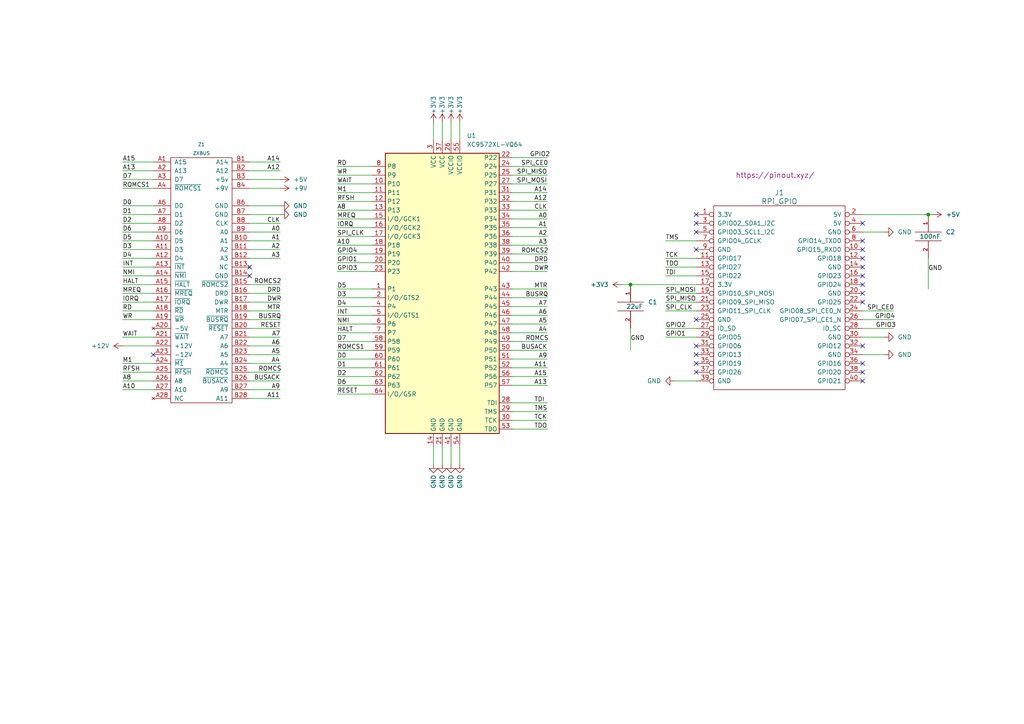
<source format=kicad_sch>
(kicad_sch (version 20211123) (generator eeschema)
  (paper "A4")
  (title_block (title "Interface 0") (date "2022-04-13") (rev "3.1") (company "https://zx.licentia.eu"))
  (lib_symbols
    (symbol "CPLD_Xilinx:XC9572XL-VQ64"
      (property "Reference" "U1" (at 7.0994 44.45 0))
      (property "Value" "XC9572XL-VQ64" (at 7.0994 41.91 0))
      (symbol "XC9572XL-VQ64_1_1"
        (rectangle (start -16.51 39.37) (end 16.51 -41.91) (stroke (width 0.254)) (fill (type background)))
        (pin bidirectional line (at -20.32 0 0) (length 3.81) (name "P1") (number "1"))
        (pin bidirectional line (at -20.32 30.48 0) (length 3.81) (name "P10") (number "10"))
        (pin bidirectional line (at -20.32 27.94 0) (length 3.81) (name "P11") (number "11"))
        (pin bidirectional line (at -20.32 25.4 0) (length 3.81) (name "P12") (number "12"))
        (pin bidirectional line (at -20.32 22.86 0) (length 3.81) (name "P13") (number "13"))
        (pin power_in line (at -2.54 -45.72 90) (length 3.81) (name "GND") (number "14"))
        (pin bidirectional line (at -20.32 20.32 0) (length 3.81) (name "I/O/GCK1") (number "15"))
        (pin bidirectional line (at -20.32 17.78 0) (length 3.81) (name "I/O/GCK2") (number "16"))
        (pin bidirectional line (at -20.32 15.24 0) (length 3.81) (name "I/O/GCK3") (number "17"))
        (pin bidirectional line (at -20.32 12.7 0) (length 3.81) (name "P18") (number "18"))
        (pin bidirectional line (at -20.32 10.16 0) (length 3.81) (name "P19") (number "19"))
        (pin bidirectional line (at -20.32 -2.54 0) (length 3.81) (name "I/O/GTS2") (number "2"))
        (pin bidirectional line (at -20.32 7.62 0) (length 3.81) (name "P20") (number "20"))
        (pin power_in line (at 0 -45.72 90) (length 3.81) (name "GND") (number "21"))
        (pin bidirectional line (at 20.32 38.1 180) (length 3.81) (name "P22") (number "22"))
        (pin bidirectional line (at -20.32 5.08 0) (length 3.81) (name "P23") (number "23"))
        (pin bidirectional line (at 20.32 35.56 180) (length 3.81) (name "P24") (number "24"))
        (pin bidirectional line (at 20.32 33.02 180) (length 3.81) (name "P25") (number "25"))
        (pin power_in line (at 2.54 43.18 270) (length 3.81) (name "VCCIO") (number "26"))
        (pin bidirectional line (at 20.32 30.48 180) (length 3.81) (name "P27") (number "27"))
        (pin input line (at 20.32 -33.02 180) (length 3.81) (name "TDI") (number "28"))
        (pin input line (at 20.32 -35.56 180) (length 3.81) (name "TMS") (number "29"))
        (pin power_in line (at -2.54 43.18 270) (length 3.81) (name "VCC") (number "3"))
        (pin input line (at 20.32 -38.1 180) (length 3.81) (name "TCK") (number "30"))
        (pin bidirectional line (at 20.32 27.94 180) (length 3.81) (name "P31") (number "31"))
        (pin bidirectional line (at 20.32 25.4 180) (length 3.81) (name "P32") (number "32"))
        (pin bidirectional line (at 20.32 22.86 180) (length 3.81) (name "P33") (number "33"))
        (pin bidirectional line (at 20.32 20.32 180) (length 3.81) (name "P34") (number "34"))
        (pin bidirectional line (at 20.32 17.78 180) (length 3.81) (name "P35") (number "35"))
        (pin bidirectional line (at 20.32 15.24 180) (length 3.81) (name "P36") (number "36"))
        (pin power_in line (at 0 43.18 270) (length 3.81) (name "VCC") (number "37"))
        (pin bidirectional line (at 20.32 12.7 180) (length 3.81) (name "P38") (number "38"))
        (pin bidirectional line (at 20.32 10.16 180) (length 3.81) (name "P39") (number "39"))
        (pin bidirectional line (at -20.32 -5.08 0) (length 3.81) (name "P4") (number "4"))
        (pin bidirectional line (at 20.32 7.62 180) (length 3.81) (name "P40") (number "40"))
        (pin power_in line (at 2.54 -45.72 90) (length 3.81) (name "GND") (number "41"))
        (pin bidirectional line (at 20.32 5.08 180) (length 3.81) (name "P42") (number "42"))
        (pin bidirectional line (at 20.32 0 180) (length 3.81) (name "P43") (number "43"))
        (pin bidirectional line (at 20.32 -2.54 180) (length 3.81) (name "P44") (number "44"))
        (pin bidirectional line (at 20.32 -5.08 180) (length 3.81) (name "P45") (number "45"))
        (pin bidirectional line (at 20.32 -7.62 180) (length 3.81) (name "P46") (number "46"))
        (pin bidirectional line (at 20.32 -10.16 180) (length 3.81) (name "P47") (number "47"))
        (pin bidirectional line (at 20.32 -12.7 180) (length 3.81) (name "P48") (number "48"))
        (pin bidirectional line (at 20.32 -15.24 180) (length 3.81) (name "P49") (number "49"))
        (pin bidirectional line (at -20.32 -7.62 0) (length 3.81) (name "I/O/GTS1") (number "5"))
        (pin bidirectional line (at 20.32 -17.78 180) (length 3.81) (name "P50") (number "50"))
        (pin bidirectional line (at 20.32 -20.32 180) (length 3.81) (name "P51") (number "51"))
        (pin bidirectional line (at 20.32 -22.86 180) (length 3.81) (name "P52") (number "52"))
        (pin output line (at 20.32 -40.64 180) (length 3.81) (name "TDO") (number "53"))
        (pin power_in line (at 5.08 -45.72 90) (length 3.81) (name "GND") (number "54"))
        (pin power_in line (at 5.08 43.18 270) (length 3.81) (name "VCCIO") (number "55"))
        (pin bidirectional line (at 20.32 -25.4 180) (length 3.81) (name "P56") (number "56"))
        (pin bidirectional line (at 20.32 -27.94 180) (length 3.81) (name "P57") (number "57"))
        (pin bidirectional line (at -20.32 -15.24 0) (length 3.81) (name "P58") (number "58"))
        (pin bidirectional line (at -20.32 -17.78 0) (length 3.81) (name "P59") (number "59"))
        (pin bidirectional line (at -20.32 -10.16 0) (length 3.81) (name "P6") (number "6"))
        (pin bidirectional line (at -20.32 -20.32 0) (length 3.81) (name "P60") (number "60"))
        (pin bidirectional line (at -20.32 -22.86 0) (length 3.81) (name "P61") (number "61"))
        (pin bidirectional line (at -20.32 -25.4 0) (length 3.81) (name "P62") (number "62"))
        (pin bidirectional line (at -20.32 -27.94 0) (length 3.81) (name "P63") (number "63"))
        (pin bidirectional line (at -20.32 -30.48 0) (length 3.81) (name "I/O/GSR") (number "64"))
        (pin bidirectional line (at -20.32 -12.7 0) (length 3.81) (name "P7") (number "7"))
        (pin bidirectional line (at -20.32 35.56 0) (length 3.81) (name "P8") (number "8"))
        (pin bidirectional line (at -20.32 33.02 0) (length 3.81) (name "P9") (number "9"))
      )
    )
    (symbol "Connector-ML:RPi_GPIO" (pin_names (offset 1.016))
      (property "Reference" "J" (at 19.05 6.35 0))
      (property "Value" "RPi_GPIO" (at 19.05 3.81 0))
      (symbol "RPi_GPIO_0_1"
        (rectangle (start 0 2.54) (end 38.1 -50.8))
      )
      (symbol "RPi_GPIO_1_1"
        (pin power_in inverted (at -5.08 0 0) (length 5.08) (name "3.3V") (number "1"))
        (pin bidirectional inverted (at 43.18 -10.16 180) (length 5.08) (name "GPIO15_RXD0") (number "10"))
        (pin bidirectional inverted (at -5.08 -12.7 0) (length 5.08) (name "GPIO17") (number "11"))
        (pin bidirectional inverted (at 43.18 -12.7 180) (length 5.08) (name "GPIO18") (number "12"))
        (pin bidirectional inverted (at -5.08 -15.24 0) (length 5.08) (name "GPIO27") (number "13"))
        (pin power_in inverted (at 43.18 -15.24 180) (length 5.08) (name "GND") (number "14"))
        (pin bidirectional inverted (at -5.08 -17.78 0) (length 5.08) (name "GPIO22") (number "15"))
        (pin bidirectional inverted (at 43.18 -17.78 180) (length 5.08) (name "GPIO23") (number "16"))
        (pin power_in inverted (at -5.08 -20.32 0) (length 5.08) (name "3.3V") (number "17"))
        (pin bidirectional inverted (at 43.18 -20.32 180) (length 5.08) (name "GPIO24") (number "18"))
        (pin bidirectional inverted (at -5.08 -22.86 0) (length 5.08) (name "GPIO10_SPI_MOSI") (number "19"))
        (pin power_in inverted (at 43.18 0 180) (length 5.08) (name "5V") (number "2"))
        (pin power_in inverted (at 43.18 -22.86 180) (length 5.08) (name "GND") (number "20"))
        (pin bidirectional inverted (at -5.08 -25.4 0) (length 5.08) (name "GPIO09_SPI_MISO") (number "21"))
        (pin bidirectional inverted (at 43.18 -25.4 180) (length 5.08) (name "GPIO25") (number "22"))
        (pin bidirectional inverted (at -5.08 -27.94 0) (length 5.08) (name "GPIO11_SPI_CLK") (number "23"))
        (pin bidirectional inverted (at 43.18 -27.94 180) (length 5.08) (name "GPIO08_SPI_CE0_N") (number "24"))
        (pin power_in inverted (at -5.08 -30.48 0) (length 5.08) (name "GND") (number "25"))
        (pin bidirectional inverted (at 43.18 -30.48 180) (length 5.08) (name "GPIO07_SPI_CE1_N") (number "26"))
        (pin bidirectional inverted (at -5.08 -33.02 0) (length 5.08) (name "ID_SD") (number "27"))
        (pin bidirectional inverted (at 43.18 -33.02 180) (length 5.08) (name "ID_SC") (number "28"))
        (pin bidirectional inverted (at -5.08 -35.56 0) (length 5.08) (name "GPIO05") (number "29"))
        (pin bidirectional inverted (at -5.08 -2.54 0) (length 5.08) (name "GPIO02_SDA1_I2C") (number "3"))
        (pin power_in inverted (at 43.18 -35.56 180) (length 5.08) (name "GND") (number "30"))
        (pin bidirectional inverted (at -5.08 -38.1 0) (length 5.08) (name "GPIO06") (number "31"))
        (pin bidirectional inverted (at 43.18 -38.1 180) (length 5.08) (name "GPIO12") (number "32"))
        (pin bidirectional inverted (at -5.08 -40.64 0) (length 5.08) (name "GPIO13") (number "33"))
        (pin power_in inverted (at 43.18 -40.64 180) (length 5.08) (name "GND") (number "34"))
        (pin bidirectional inverted (at -5.08 -43.18 0) (length 5.08) (name "GPIO19") (number "35"))
        (pin bidirectional inverted (at 43.18 -43.18 180) (length 5.08) (name "GPIO16") (number "36"))
        (pin bidirectional inverted (at -5.08 -45.72 0) (length 5.08) (name "GPIO26") (number "37"))
        (pin bidirectional inverted (at 43.18 -45.72 180) (length 5.08) (name "GPIO20") (number "38"))
        (pin power_in inverted (at -5.08 -48.26 0) (length 5.08) (name "GND") (number "39"))
        (pin power_in inverted (at 43.18 -2.54 180) (length 5.08) (name "5V") (number "4"))
        (pin bidirectional inverted (at 43.18 -48.26 180) (length 5.08) (name "GPIO21") (number "40"))
        (pin bidirectional inverted (at -5.08 -5.08 0) (length 5.08) (name "GPIO03_SCL1_I2C") (number "5"))
        (pin power_in inverted (at 43.18 -5.08 180) (length 5.08) (name "GND") (number "6"))
        (pin bidirectional inverted (at -5.08 -7.62 0) (length 5.08) (name "GPIO04_GCLK") (number "7"))
        (pin bidirectional inverted (at 43.18 -7.62 180) (length 5.08) (name "GPIO14_TXD0") (number "8"))
        (pin power_in inverted (at -5.08 -10.16 0) (length 5.08) (name "GND") (number "9"))
      )
    )
    (symbol "power:+12V" (power) (pin_names (offset 0))
      (property "Value" "+12V" (at 0 3.556 0))
      (symbol "+12V_0_1"
        (polyline (pts (xy -0.762 1.27) (xy 0 2.54)))
        (polyline (pts (xy 0 0) (xy 0 2.54)))
        (polyline (pts (xy 0 2.54) (xy 0.762 1.27)))
      )
      (symbol "+12V_1_1"
        (pin power_in line (at 0 0 90) (length 0) hide (name "+12V") (number "1"))
      )
    )
    (symbol "power:+3.3V" (power) (pin_names (offset 0))
      (property "Value" "+3.3V" (at 0 3.556 0))
      (symbol "+3.3V_0_1"
        (polyline (pts (xy -0.762 1.27) (xy 0 2.54)))
        (polyline (pts (xy 0 0) (xy 0 2.54)))
        (polyline (pts (xy 0 2.54) (xy 0.762 1.27)))
      )
      (symbol "+3.3V_1_1"
        (pin power_in line (at 0 0 90) (length 0) hide (name "+3V3") (number "1"))
      )
    )
    (symbol "power:+5V" (power) (pin_names (offset 0))
      (property "Value" "+5V" (at 0 3.556 0))
      (symbol "+5V_0_1"
        (polyline (pts (xy -0.762 1.27) (xy 0 2.54)))
        (polyline (pts (xy 0 0) (xy 0 2.54)))
        (polyline (pts (xy 0 2.54) (xy 0.762 1.27)))
      )
      (symbol "+5V_1_1"
        (pin power_in line (at 0 0 90) (length 0) hide (name "+5V") (number "1"))
      )
    )
    (symbol "power:+9V" (power) (pin_names (offset 0))
      (property "Value" "+9V" (at 0 3.556 0))
      (symbol "+9V_0_1"
        (polyline (pts (xy -0.762 1.27) (xy 0 2.54)))
        (polyline (pts (xy 0 0) (xy 0 2.54)))
        (polyline (pts (xy 0 2.54) (xy 0.762 1.27)))
      )
      (symbol "+9V_1_1"
        (pin power_in line (at 0 0 90) (length 0) hide (name "+9V") (number "1"))
      )
    )
    (symbol "power:GND" (power) (pin_names (offset 0))
      (property "Value" "GND" (at 0 -3.81 0))
      (symbol "GND_0_1"
        (polyline (pts (xy 0 0) (xy 0 -1.27) (xy 1.27 -1.27) (xy 0 -2.54) (xy -1.27 -1.27) (xy 0 -1.27)))
      )
      (symbol "GND_1_1"
        (pin power_in line (at 0 0 270) (length 0) hide (name "GND") (number "1"))
      )
    )
    (symbol "pspice:CAP" (pin_names (offset 0.254))
      (property "Reference" "C" (at 2.54 3.81 90))
      (property "Value" "CAP" (at 2.54 -3.81 90))
      (symbol "CAP_0_1"
        (polyline (pts (xy -3.81 -1.27) (xy 3.81 -1.27)))
        (polyline (pts (xy -3.81 1.27) (xy 3.81 1.27)))
      )
      (symbol "CAP_1_1"
        (pin passive line (at 0 6.35 270) (length 5.08) (name "~") (number "1"))
        (pin passive line (at 0 -6.35 90) (length 5.08) (name "~") (number "2"))
      )
    )
    (symbol "zx:ZXBUS" (pin_names (offset 1.016))
      (property "Reference" "Z1" (at 8.89 86.36 0))
      (property "Value" "ZXBUS" (at 8.89 83.82 0))
      (symbol "ZXBUS_0_0"
        (rectangle (start 0 82.55) (end 17.78 11.43))
      )
      (symbol "ZXBUS_1_1"
        (pin output line (at -5.08 81.28 0) (length 5.08) (name "A15") (number "A1"))
        (pin bidirectional line (at -5.08 58.42 0) (length 5.08) (name "D5") (number "A10"))
        (pin bidirectional line (at -5.08 55.88 0) (length 5.08) (name "D3") (number "A11"))
        (pin bidirectional line (at -5.08 53.34 0) (length 5.08) (name "D4") (number "A12"))
        (pin input line (at -5.08 50.8 0) (length 5.08) (name "~{INT}") (number "A13"))
        (pin input line (at -5.08 48.26 0) (length 5.08) (name "~{NMI}") (number "A14"))
        (pin input line (at -5.08 45.72 0) (length 5.08) (name "~{HALT}") (number "A15"))
        (pin output line (at -5.08 43.18 0) (length 5.08) (name "~{MREQ}") (number "A16"))
        (pin output line (at -5.08 40.64 0) (length 5.08) (name "~{IORQ}") (number "A17"))
        (pin output line (at -5.08 38.1 0) (length 5.08) (name "~{RD}") (number "A18"))
        (pin output line (at -5.08 35.56 0) (length 5.08) (name "~{WR}") (number "A19"))
        (pin output line (at -5.08 78.74 0) (length 5.08) (name "A13") (number "A2"))
        (pin no_connect line (at -5.08 33.02 0) (length 5.08) (name "-5V") (number "A20"))
        (pin output line (at -5.08 30.48 0) (length 5.08) (name "~{WAIT}") (number "A21"))
        (pin power_out line (at -5.08 27.94 0) (length 5.08) (name "+12V") (number "A22"))
        (pin power_out line (at -5.08 25.4 0) (length 5.08) (name "-12V") (number "A23"))
        (pin output line (at -5.08 22.86 0) (length 5.08) (name "~{M1}") (number "A24"))
        (pin input line (at -5.08 20.32 0) (length 5.08) (name "~{RFSH}") (number "A25"))
        (pin output line (at -5.08 17.78 0) (length 5.08) (name "A8") (number "A26"))
        (pin output line (at -5.08 15.24 0) (length 5.08) (name "A10") (number "A27"))
        (pin no_connect line (at -5.08 12.7 0) (length 5.08) (name "NC") (number "A28"))
        (pin bidirectional line (at -5.08 76.2 0) (length 5.08) (name "D7") (number "A3"))
        (pin input line (at -5.08 73.66 0) (length 5.08) (name "~{ROMCS1}") (number "A4"))
        (pin bidirectional line (at -5.08 68.58 0) (length 5.08) (name "D0") (number "A6"))
        (pin bidirectional line (at -5.08 66.04 0) (length 5.08) (name "D1") (number "A7"))
        (pin bidirectional line (at -5.08 63.5 0) (length 5.08) (name "D2") (number "A8"))
        (pin bidirectional line (at -5.08 60.96 0) (length 5.08) (name "D6") (number "A9"))
        (pin output line (at 22.86 81.28 180) (length 5.08) (name "A14") (number "B1"))
        (pin output line (at 22.86 58.42 180) (length 5.08) (name "A1") (number "B10"))
        (pin output line (at 22.86 55.88 180) (length 5.08) (name "A2") (number "B11"))
        (pin output line (at 22.86 53.34 180) (length 5.08) (name "A3") (number "B12"))
        (pin no_connect line (at 22.86 50.8 180) (length 5.08) (name "NC") (number "B13"))
        (pin power_out line (at 22.86 48.26 180) (length 5.08) (name "GND") (number "B14"))
        (pin input line (at 22.86 45.72 180) (length 5.08) (name "~{ROMCS2}") (number "B15"))
        (pin output line (at 22.86 43.18 180) (length 5.08) (name "DRD") (number "B16"))
        (pin output line (at 22.86 40.64 180) (length 5.08) (name "DWR") (number "B17"))
        (pin output line (at 22.86 38.1 180) (length 5.08) (name "MTR") (number "B18"))
        (pin input line (at 22.86 35.56 180) (length 5.08) (name "~{BUSRQ}") (number "B19"))
        (pin output line (at 22.86 78.74 180) (length 5.08) (name "A12") (number "B2"))
        (pin input line (at 22.86 33.02 180) (length 5.08) (name "~{RESET}") (number "B20"))
        (pin output line (at 22.86 30.48 180) (length 5.08) (name "A7") (number "B21"))
        (pin output line (at 22.86 27.94 180) (length 5.08) (name "A6") (number "B22"))
        (pin output line (at 22.86 25.4 180) (length 5.08) (name "A5") (number "B23"))
        (pin output line (at 22.86 22.86 180) (length 5.08) (name "A4") (number "B24"))
        (pin input line (at 22.86 20.32 180) (length 5.08) (name "~{ROMCS}") (number "B25"))
        (pin output line (at 22.86 17.78 180) (length 5.08) (name "~{BUSACK}") (number "B26"))
        (pin output line (at 22.86 15.24 180) (length 5.08) (name "A9") (number "B27"))
        (pin output line (at 22.86 12.7 180) (length 5.08) (name "A11") (number "B28"))
        (pin power_out line (at 22.86 76.2 180) (length 5.08) (name "+5v") (number "B3"))
        (pin power_out line (at 22.86 73.66 180) (length 5.08) (name "+9V") (number "B4"))
        (pin power_out line (at 22.86 68.58 180) (length 5.08) (name "GND") (number "B6"))
        (pin power_out line (at 22.86 66.04 180) (length 5.08) (name "GND") (number "B7"))
        (pin output line (at 22.86 63.5 180) (length 5.08) (name "CLK") (number "B8"))
        (pin output line (at 22.86 60.96 180) (length 5.08) (name "A0") (number "B9"))
      )
    )
  )
  (junction (at 182.88 82.55))
  (junction (at 269.24 62.23))
  (no_connect (at 72.39 80.01))
  (no_connect (at 250.19 64.77))
  (no_connect (at 250.19 85.09))
  (no_connect (at 250.19 80.01))
  (no_connect (at 250.19 82.55))
  (no_connect (at 250.19 69.85))
  (no_connect (at 250.19 74.93))
  (no_connect (at 250.19 72.39))
  (no_connect (at 250.19 87.63))
  (no_connect (at 72.39 77.47))
  (no_connect (at 201.93 92.71))
  (no_connect (at 201.93 67.31))
  (no_connect (at 201.93 64.77))
  (no_connect (at 250.19 110.49))
  (no_connect (at 250.19 105.41))
  (no_connect (at 250.19 107.95))
  (no_connect (at 201.93 100.33))
  (no_connect (at 201.93 102.87))
  (no_connect (at 201.93 105.41))
  (no_connect (at 201.93 107.95))
  (no_connect (at 250.19 100.33))
  (no_connect (at 250.19 77.47))
  (no_connect (at 201.93 62.23))
  (no_connect (at 201.93 72.39))
  (no_connect (at 44.45 102.87))
  (wire (pts (xy 133.35 35.56) (xy 133.35 40.64)))
  (wire (pts (xy 148.59 58.42) (xy 158.75 58.42)))
  (wire (pts (xy 182.88 82.55) (xy 201.93 82.55)))
  (wire (pts (xy 97.79 76.2) (xy 107.95 76.2)))
  (wire (pts (xy 72.39 90.17) (xy 81.28 90.17)))
  (wire (pts (xy 97.79 91.44) (xy 107.95 91.44)))
  (wire (pts (xy 148.59 71.12) (xy 158.75 71.12)))
  (wire (pts (xy 201.93 110.49) (xy 195.58 110.49)))
  (wire (pts (xy 148.59 99.06) (xy 158.75 99.06)))
  (wire (pts (xy 35.56 49.53) (xy 44.45 49.53)))
  (wire (pts (xy 72.39 100.33) (xy 81.28 100.33)))
  (wire (pts (xy 250.19 95.25) (xy 259.08 95.25)))
  (wire (pts (xy 148.59 83.82) (xy 158.75 83.82)))
  (wire (pts (xy 35.56 85.09) (xy 44.45 85.09)))
  (wire (pts (xy 35.56 72.39) (xy 44.45 72.39)))
  (wire (pts (xy 193.04 87.63) (xy 201.93 87.63)))
  (wire (pts (xy 148.59 76.2) (xy 158.75 76.2)))
  (wire (pts (xy 148.59 78.74) (xy 158.75 78.74)))
  (wire (pts (xy 193.04 80.01) (xy 201.93 80.01)))
  (wire (pts (xy 72.39 62.23) (xy 81.28 62.23)))
  (wire (pts (xy 35.56 82.55) (xy 44.45 82.55)))
  (wire (pts (xy 97.79 73.66) (xy 107.95 73.66)))
  (wire (pts (xy 148.59 101.6) (xy 158.75 101.6)))
  (wire (pts (xy 148.59 66.04) (xy 158.75 66.04)))
  (wire (pts (xy 72.39 59.69) (xy 81.28 59.69)))
  (wire (pts (xy 72.39 67.31) (xy 81.28 67.31)))
  (wire (pts (xy 148.59 96.52) (xy 158.75 96.52)))
  (wire (pts (xy 148.59 111.76) (xy 158.75 111.76)))
  (wire (pts (xy 269.24 62.23) (xy 270.51 62.23)))
  (wire (pts (xy 72.39 52.07) (xy 81.28 52.07)))
  (wire (pts (xy 35.56 97.79) (xy 44.45 97.79)))
  (wire (pts (xy 250.19 90.17) (xy 259.08 90.17)))
  (wire (pts (xy 97.79 71.12) (xy 107.95 71.12)))
  (wire (pts (xy 72.39 102.87) (xy 81.28 102.87)))
  (wire (pts (xy 148.59 45.72) (xy 158.75 45.72)))
  (wire (pts (xy 180.34 82.55) (xy 182.88 82.55)))
  (wire (pts (xy 97.79 53.34) (xy 107.95 53.34)))
  (wire (pts (xy 148.59 88.9) (xy 158.75 88.9)))
  (wire (pts (xy 35.56 64.77) (xy 44.45 64.77)))
  (wire (pts (xy 97.79 106.68) (xy 107.95 106.68)))
  (wire (pts (xy 72.39 105.41) (xy 81.28 105.41)))
  (wire (pts (xy 193.04 85.09) (xy 201.93 85.09)))
  (wire (pts (xy 148.59 55.88) (xy 158.75 55.88)))
  (wire (pts (xy 35.56 54.61) (xy 44.45 54.61)))
  (wire (pts (xy 97.79 58.42) (xy 107.95 58.42)))
  (wire (pts (xy 35.56 69.85) (xy 44.45 69.85)))
  (wire (pts (xy 148.59 63.5) (xy 158.75 63.5)))
  (wire (pts (xy 35.56 80.01) (xy 44.45 80.01)))
  (wire (pts (xy 193.04 95.25) (xy 201.93 95.25)))
  (wire (pts (xy 72.39 95.25) (xy 81.28 95.25)))
  (wire (pts (xy 97.79 78.74) (xy 107.95 78.74)))
  (wire (pts (xy 193.04 90.17) (xy 201.93 90.17)))
  (wire (pts (xy 269.24 74.93) (xy 269.24 83.82)))
  (wire (pts (xy 97.79 86.36) (xy 107.95 86.36)))
  (wire (pts (xy 72.39 97.79) (xy 81.28 97.79)))
  (wire (pts (xy 125.73 129.54) (xy 125.73 134.62)))
  (wire (pts (xy 35.56 59.69) (xy 44.45 59.69)))
  (wire (pts (xy 250.19 92.71) (xy 259.08 92.71)))
  (wire (pts (xy 182.88 95.25) (xy 182.88 101.6)))
  (wire (pts (xy 193.04 97.79) (xy 201.93 97.79)))
  (wire (pts (xy 193.04 77.47) (xy 201.93 77.47)))
  (wire (pts (xy 72.39 92.71) (xy 81.28 92.71)))
  (wire (pts (xy 148.59 121.92) (xy 158.75 121.92)))
  (wire (pts (xy 97.79 96.52) (xy 107.95 96.52)))
  (wire (pts (xy 148.59 50.8) (xy 158.75 50.8)))
  (wire (pts (xy 35.56 87.63) (xy 44.45 87.63)))
  (wire (pts (xy 128.27 35.56) (xy 128.27 40.64)))
  (wire (pts (xy 72.39 46.99) (xy 81.28 46.99)))
  (wire (pts (xy 148.59 68.58) (xy 158.75 68.58)))
  (wire (pts (xy 72.39 64.77) (xy 81.28 64.77)))
  (wire (pts (xy 250.19 97.79) (xy 256.54 97.79)))
  (wire (pts (xy 97.79 99.06) (xy 107.95 99.06)))
  (wire (pts (xy 148.59 106.68) (xy 158.75 106.68)))
  (wire (pts (xy 72.39 85.09) (xy 81.28 85.09)))
  (wire (pts (xy 148.59 119.38) (xy 158.75 119.38)))
  (wire (pts (xy 97.79 83.82) (xy 107.95 83.82)))
  (wire (pts (xy 35.56 110.49) (xy 44.45 110.49)))
  (wire (pts (xy 148.59 53.34) (xy 158.75 53.34)))
  (wire (pts (xy 97.79 101.6) (xy 107.95 101.6)))
  (wire (pts (xy 97.79 88.9) (xy 107.95 88.9)))
  (wire (pts (xy 148.59 91.44) (xy 158.75 91.44)))
  (wire (pts (xy 97.79 93.98) (xy 107.95 93.98)))
  (wire (pts (xy 35.56 77.47) (xy 44.45 77.47)))
  (wire (pts (xy 72.39 113.03) (xy 81.28 113.03)))
  (wire (pts (xy 97.79 68.58) (xy 107.95 68.58)))
  (wire (pts (xy 35.56 52.07) (xy 44.45 52.07)))
  (wire (pts (xy 148.59 124.46) (xy 158.75 124.46)))
  (wire (pts (xy 72.39 72.39) (xy 81.28 72.39)))
  (wire (pts (xy 97.79 50.8) (xy 107.95 50.8)))
  (wire (pts (xy 35.56 92.71) (xy 44.45 92.71)))
  (wire (pts (xy 72.39 87.63) (xy 81.28 87.63)))
  (wire (pts (xy 35.56 67.31) (xy 44.45 67.31)))
  (wire (pts (xy 193.04 74.93) (xy 201.93 74.93)))
  (wire (pts (xy 72.39 49.53) (xy 81.28 49.53)))
  (wire (pts (xy 35.56 105.41) (xy 44.45 105.41)))
  (wire (pts (xy 35.56 46.99) (xy 44.45 46.99)))
  (wire (pts (xy 148.59 48.26) (xy 158.75 48.26)))
  (wire (pts (xy 72.39 82.55) (xy 81.28 82.55)))
  (wire (pts (xy 97.79 60.96) (xy 107.95 60.96)))
  (wire (pts (xy 97.79 66.04) (xy 107.95 66.04)))
  (wire (pts (xy 72.39 115.57) (xy 81.28 115.57)))
  (wire (pts (xy 35.56 90.17) (xy 44.45 90.17)))
  (wire (pts (xy 128.27 129.54) (xy 128.27 134.62)))
  (wire (pts (xy 148.59 60.96) (xy 158.75 60.96)))
  (wire (pts (xy 97.79 55.88) (xy 107.95 55.88)))
  (wire (pts (xy 193.04 69.85) (xy 201.93 69.85)))
  (wire (pts (xy 148.59 86.36) (xy 158.75 86.36)))
  (wire (pts (xy 133.35 129.54) (xy 133.35 134.62)))
  (wire (pts (xy 148.59 104.14) (xy 158.75 104.14)))
  (wire (pts (xy 148.59 73.66) (xy 158.75 73.66)))
  (wire (pts (xy 35.56 62.23) (xy 44.45 62.23)))
  (wire (pts (xy 97.79 114.3) (xy 107.95 114.3)))
  (wire (pts (xy 35.56 113.03) (xy 44.45 113.03)))
  (wire (pts (xy 97.79 109.22) (xy 107.95 109.22)))
  (wire (pts (xy 130.81 35.56) (xy 130.81 40.64)))
  (wire (pts (xy 72.39 74.93) (xy 81.28 74.93)))
  (wire (pts (xy 35.56 100.33) (xy 44.45 100.33)))
  (wire (pts (xy 250.19 102.87) (xy 256.54 102.87)))
  (wire (pts (xy 72.39 54.61) (xy 81.28 54.61)))
  (wire (pts (xy 148.59 116.84) (xy 158.75 116.84)))
  (wire (pts (xy 97.79 63.5) (xy 107.95 63.5)))
  (wire (pts (xy 97.79 104.14) (xy 107.95 104.14)))
  (wire (pts (xy 72.39 107.95) (xy 81.28 107.95)))
  (wire (pts (xy 35.56 107.95) (xy 44.45 107.95)))
  (wire (pts (xy 130.81 129.54) (xy 130.81 134.62)))
  (wire (pts (xy 97.79 111.76) (xy 107.95 111.76)))
  (wire (pts (xy 250.19 67.31) (xy 256.54 67.31)))
  (wire (pts (xy 72.39 110.49) (xy 81.28 110.49)))
  (wire (pts (xy 148.59 109.22) (xy 158.75 109.22)))
  (wire (pts (xy 250.19 62.23) (xy 269.24 62.23)))
  (wire (pts (xy 35.56 74.93) (xy 44.45 74.93)))
  (wire (pts (xy 97.79 48.26) (xy 107.95 48.26)))
  (wire (pts (xy 125.73 35.56) (xy 125.73 40.64)))
  (wire (pts (xy 72.39 69.85) (xy 81.28 69.85)))
  (wire (pts (xy 148.59 93.98) (xy 158.75 93.98)))
  (label "A6" (at 78.74 100.33 0))
  (label "A11" (at 77.47 115.57 0))
  (label "TMS" (at 154.94 119.38 0))
  (label "RD" (at 97.79 48.26 0))
  (label "A13" (at 154.94 111.76 0))
  (label "SPI_CE0" (at 151.13 48.26 0))
  (label "MTR" (at 154.94 83.82 0))
  (label "D7" (at 35.56 52.07 0))
  (label "GPIO3" (at 254 95.25 0))
  (label "RESET" (at 75.5267 95.25 0))
  (label "GPIO4" (at 253.7507 92.71 0))
  (label "DWR" (at 154.94 78.74 0))
  (label "A11" (at 154.94 106.68 0))
  (label "WAIT" (at 35.56 97.79 0))
  (label "INT" (at 97.79 91.44 0))
  (label "SPI_MOSI" (at 193.04 85.09 0))
  (label "ROMCS1" (at 35.56 54.61 0))
  (label "A0" (at 78.74 67.31 0))
  (label "ROMCS2" (at 151.13 73.66 0))
  (label "A1" (at 156.21 66.04 0))
  (label "A9" (at 156.21 104.14 0))
  (label "A8" (at 35.56 110.49 0))
  (label "A0" (at 156.21 63.5 0))
  (label "D6" (at 97.79 111.76 0))
  (label "GPIO1" (at 193.04 97.79 0))
  (label "A4" (at 156.21 96.52 0))
  (label "TCK" (at 154.94 121.92 0))
  (label "MTR" (at 77.47 90.17 0))
  (label "DRD" (at 154.94 76.2 0))
  (label "A14" (at 154.94 55.88 0))
  (label "WR" (at 35.56 92.71 0))
  (label "DWR" (at 77.47 87.63 0))
  (label "CLK" (at 154.94 60.96 0))
  (label "GPIO4" (at 97.79 73.66 0))
  (label "SPI_CLK" (at 97.79 68.58 0))
  (label "A7" (at 78.8373 97.79 0))
  (label "A3" (at 156.21 71.12 0))
  (label "HALT" (at 35.56 82.55 0))
  (label "A4" (at 78.74 105.41 0))
  (label "A8" (at 97.79 60.96 0))
  (label "A12" (at 77.47 49.53 0))
  (label "GPIO2" (at 193.04 95.25 0))
  (label "D2" (at 35.56 64.77 0))
  (label "D5" (at 35.56 69.85 0))
  (label "DRD" (at 77.47 85.09 0))
  (label "A5" (at 78.74 102.87 0))
  (label "ROMCS1" (at 97.79 101.6 0))
  (label "SPI_MISO" (at 193.04 87.63 0))
  (label "A2" (at 78.74 72.39 0))
  (label "D1" (at 35.56 62.23 0))
  (label "GND" (at 269.24 78.74 0))
  (label "A2" (at 156.21 68.58 0))
  (label "ROMCS2" (at 73.66 82.55 0))
  (label "D5" (at 97.79 83.82 0))
  (label "GND" (at 182.88 99.06 0))
  (label "CLK" (at 77.47 64.77 0))
  (label "D0" (at 97.79 104.14 0))
  (label "A1" (at 78.74 69.85 0))
  (label "A9" (at 78.74 113.03 0))
  (label "SPI_CLK" (at 193.04 90.17 0))
  (label "WAIT" (at 97.79 53.34 0))
  (label "D0" (at 35.56 59.69 0))
  (label "TDI" (at 193.04 80.01 0))
  (label "M1" (at 35.56 105.41 0))
  (label "BUSACK" (at 151.13 101.6 0))
  (label "WR" (at 97.79 50.8 0))
  (label "A7" (at 156.21 88.9 0))
  (label "D3" (at 97.79 86.36 0))
  (label "A6" (at 156.21 91.44 0))
  (label "GPIO2" (at 153.67 45.72 0))
  (label "TCK" (at 193.04 74.93 0))
  (label "TDO" (at 154.94 124.46 0))
  (label "IORQ" (at 35.56 87.63 0))
  (label "D4" (at 97.79 88.9 0))
  (label "MREQ" (at 97.79 63.5 0))
  (label "NMI" (at 97.79 93.98 0))
  (label "ROMCS" (at 152.4 99.06 0))
  (label "A13" (at 35.56 49.53 0))
  (label "A5" (at 156.21 93.98 0))
  (label "GPIO3" (at 97.79 78.74 0))
  (label "NMI" (at 35.56 80.01 0))
  (label "HALT" (at 97.79 96.52 0))
  (label "RD" (at 35.56 90.17 0))
  (label "A10" (at 35.56 113.03 0))
  (label "IORQ" (at 97.79 66.04 0))
  (label "A12" (at 154.94 58.42 0))
  (label "M1" (at 97.79 55.88 0))
  (label "GPIO1" (at 97.79 76.2 0))
  (label "BUSACK" (at 73.66 110.49 0))
  (label "D2" (at 97.79 109.22 0))
  (label "D7" (at 97.79 99.06 0))
  (label "A3" (at 78.74 74.93 0))
  (label "D3" (at 35.56 72.39 0))
  (label "BUSRQ" (at 152.4 86.36 0))
  (label "A15" (at 154.94 109.22 0))
  (label "A14" (at 77.47 46.99 0))
  (label "TDO" (at 193.04 77.47 0))
  (label "RESET" (at 97.79 114.3 0))
  (label "A10" (at 97.79 71.12 0))
  (label "TMS" (at 193.04 69.85 0))
  (label "RFSH" (at 97.79 58.42 0))
  (label "SPI_MISO" (at 149.86 50.8 0))
  (label "TDI" (at 154.94 116.84 0))
  (label "SPI_CE0" (at 251.46 90.17 0))
  (label "INT" (at 35.56 77.47 0))
  (label "ROMCS" (at 74.93 107.95 0))
  (label "RFSH" (at 35.56 107.95 0))
  (label "A15" (at 35.56 46.99 0))
  (label "SPI_MOSI" (at 149.86 53.34 0))
  (label "D1" (at 97.79 106.68 0))
  (label "D6" (at 35.56 67.31 0))
  (label "MREQ" (at 35.56 85.09 0))
  (label "BUSRQ" (at 74.93 92.71 0))
  (label "D4" (at 35.56 74.93 0))
  (symbol (lib_id "Connector-ML:RPi_GPIO") (at 207.01 62.23 0) (unit 1)
    (property "Reference" "J1" (at 226.06 55.88 0) (effects (font (size 1.524 1.524))))
    (property "Value" "RPi_GPIO" (at 226.06 58.42 0) (effects (font (size 1.524 1.524))))
    (property "Footprint" "Connector_Samtec_HLE_THT:Samtec_HLE-120-02-xx-DV-TE_2x20_P2.54mm_Horizontal" (effects hide))
    (property "Datasheet" "https://pinout.xyz/" (at 224.79 50.8 0) (effects (font (size 1.524 1.524))))
  )
  (symbol (lib_id "power:+3.3V") (at 133.35 35.56 0) (unit 1)
    (property "Reference" "#PWR0111" (effects hide))
    (property "Value" "+3.3V" (at 133.35 30.48 90))
  )
  (symbol (lib_id "power:GND") (at 195.58 110.49 270) (unit 1)
    (property "Reference" "#PWR0113" (effects hide))
    (property "Value" "GND" (at 191.77 110.4901 90) (effects (justify right)))
  )
  (symbol (lib_id "power:+3.3V") (at 125.73 35.56 0) (unit 1)
    (property "Reference" "#PWR0109" (effects hide))
    (property "Value" "+3.3V" (at 125.73 30.48 90))
  )
  (symbol (lib_id "power:+12V") (at 35.56 100.33 90) (unit 1)
    (property "Reference" "#PWR0125" (effects hide))
    (property "Value" "+12V" (at 31.75 100.3299 90) (effects (justify left)))
  )
  (symbol (lib_id "power:GND") (at 256.54 97.79 90) (unit 1)
    (property "Reference" "#PWR0119" (effects hide))
    (property "Value" "GND" (at 260.35 97.7899 90) (effects (justify right)))
  )
  (symbol (lib_id "power:+5V") (at 81.28 52.07 270) (unit 1)
    (property "Reference" "#PWR0105" (effects hide))
    (property "Value" "+5V" (at 85.09 52.0699 90) (effects (justify left)))
  )
  (symbol (lib_id "power:GND") (at 256.54 102.87 90) (unit 1)
    (property "Reference" "#PWR0118" (effects hide))
    (property "Value" "GND" (at 260.35 102.8699 90) (effects (justify right)))
  )
  (symbol (lib_id "power:+5V") (at 270.51 62.23 270) (unit 1)
    (property "Reference" "#PWR0121" (effects hide))
    (property "Value" "+5V" (at 274.32 62.2299 90) (effects (justify left)))
  )
  (symbol (lib_id "power:GND") (at 81.28 59.69 90) (unit 1)
    (property "Reference" "#PWR0101" (effects hide))
    (property "Value" "GND" (at 85.09 59.6899 90) (effects (justify right)))
  )
  (symbol (lib_id "CPLD_Xilinx:XC9572XL-VQ64") (at 128.27 83.82 0) (unit 1)
    (property "Reference" "U1" (at 135.3694 39.37 0) (effects (justify left)))
    (property "Value" "XC9572XL-VQ64" (at 135.3694 41.91 0) (effects (justify left)))
    (property "Footprint" "Package_QFP:TQFP-64_10x10mm_P0.5mm" (effects hide))
    (property "Datasheet" "http://www.xilinx.com/support/documentation/data_sheets/ds057.pdf" (effects hide))
  )
  (symbol (lib_id "pspice:CAP") (at 182.88 88.9 0) (unit 1)
    (property "Reference" "C1" (at 187.96 87.6299 0) (effects (justify left)))
    (property "Value" "22uF" (at 181.61 88.9 0) (effects (justify left)))
    (property "Footprint" "Capacitor_SMD:C_0603_1608Metric_Pad1.08x0.95mm_HandSolder" (effects hide))
  )
  (symbol (lib_id "power:GND") (at 130.81 134.62 0) (unit 1)
    (property "Reference" "#PWR0104" (effects hide))
    (property "Value" "GND" (at 130.81 139.7 90))
  )
  (symbol (lib_id "power:+3.3V") (at 180.34 82.55 90) (unit 1)
    (property "Reference" "#PWR0114" (effects hide))
    (property "Value" "+3.3V" (at 176.53 82.5499 90) (effects (justify left)))
  )
  (symbol (lib_id "power:GND") (at 125.73 134.62 0) (unit 1)
    (property "Reference" "#PWR01" (effects hide))
    (property "Value" "GND" (at 125.73 139.7 90))
  )
  (symbol (lib_id "power:GND") (at 133.35 134.62 0) (unit 1)
    (property "Reference" "#PWR0103" (effects hide))
    (property "Value" "GND" (at 133.35 139.7 90))
  )
  (symbol (lib_id "power:+3.3V") (at 128.27 35.56 0) (unit 1)
    (property "Reference" "#PWR0112" (effects hide))
    (property "Value" "+3.3V" (at 128.27 30.48 90))
  )
  (symbol (lib_id "pspice:CAP") (at 269.24 68.58 0) (unit 1)
    (property "Reference" "C2" (at 274.32 67.3099 0) (effects (justify left)))
    (property "Value" "100nF" (at 266.7 68.58 0) (effects (justify left)))
    (property "Footprint" "Capacitor_THT:CP_Radial_Tantal_D5.0mm_P2.50mm" (effects hide))
  )
  (symbol (lib_id "zx:ZXBUS") (at 49.53 128.27 0) (unit 1)
    (property "Reference" "Z1" (at 58.42 41.91 0) (effects (font (size 0.9906 0.9906))))
    (property "Value" "ZXBUS" (at 58.42 44.45 0) (effects (font (size 0.9906 0.9906))))
    (property "Footprint" "ZX:ZX_Bus_Edge_Connector" (effects hide))
    (property "Datasheet" "https://sinclair.wiki.zxnet.co.uk/wiki/ZX_Spectrum_%2B2A/2B,_%2B3/3B_edge_connector" (effects hide))
  )
  (symbol (lib_id "power:+3.3V") (at 130.81 35.56 0) (unit 1)
    (property "Reference" "#PWR0110" (effects hide))
    (property "Value" "+3.3V" (at 130.81 30.48 90))
  )
  (symbol (lib_id "power:GND") (at 128.27 134.62 0) (unit 1)
    (property "Reference" "#PWR0102" (effects hide))
    (property "Value" "GND" (at 128.27 139.7 90))
  )
  (symbol (lib_id "power:+9V") (at 81.28 54.61 270) (unit 1)
    (property "Reference" "#PWR0124" (effects hide))
    (property "Value" "+9V" (at 85.09 54.6099 90) (effects (justify left)))
  )
  (symbol (lib_id "power:GND") (at 81.28 62.23 90) (unit 1)
    (property "Reference" "#PWR0106" (effects hide))
    (property "Value" "GND" (at 85.09 62.2299 90) (effects (justify right)))
  )
  (symbol (lib_id "power:GND") (at 256.54 67.31 90) (unit 1)
    (property "Reference" "#PWR0116" (effects hide))
    (property "Value" "GND" (at 260.35 67.3099 90) (effects (justify right)))
  )
)
</source>
